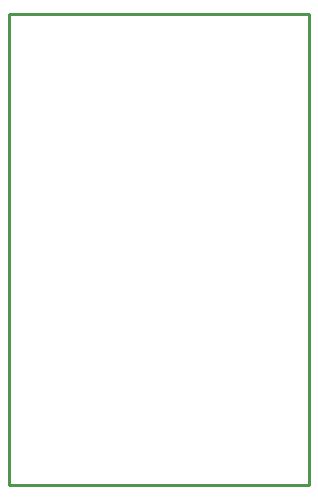
<source format=gko>
G04 Layer: BoardOutlineLayer*
G04 EasyEDA v6.4.31, 2022-01-29 23:58:21*
G04 2823f7ec020141a2b4db78c869935daf,00a5ad12733442db97615573759eb5db,10*
G04 Gerber Generator version 0.2*
G04 Scale: 100 percent, Rotated: No, Reflected: No *
G04 Dimensions in millimeters *
G04 leading zeros omitted , absolute positions ,4 integer and 5 decimal *
%FSLAX45Y45*%
%MOMM*%

%ADD10C,0.2540*%
D10*
X0Y2999994D02*
G01*
X0Y3987800D01*
X2540000Y3987800D01*
X2540000Y0D01*
X0Y0D01*
X0Y2999994D01*

%LPD*%
M02*

</source>
